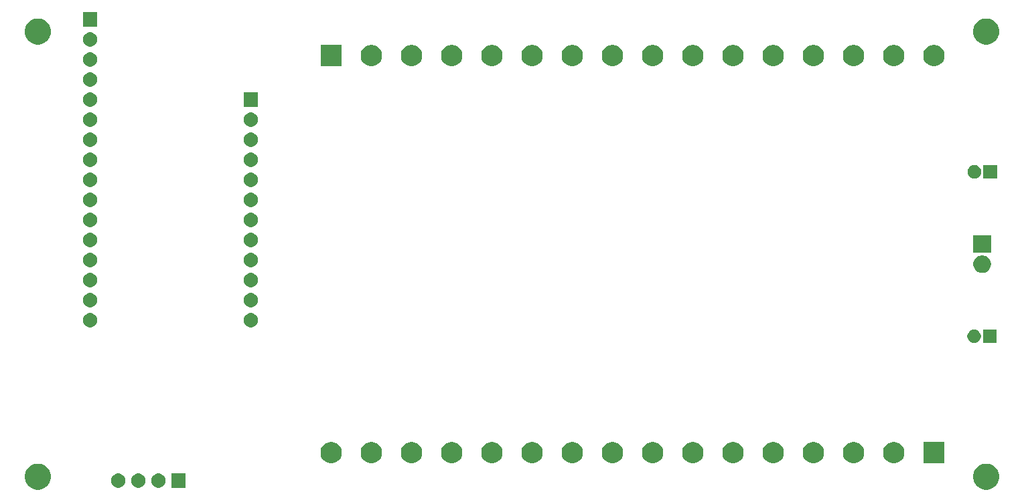
<source format=gbs>
G04 #@! TF.GenerationSoftware,KiCad,Pcbnew,5.1.5+dfsg1-2build2*
G04 #@! TF.CreationDate,2022-05-26T11:06:16-04:00*
G04 #@! TF.ProjectId,feather_valve_driver,66656174-6865-4725-9f76-616c76655f64,rev?*
G04 #@! TF.SameCoordinates,Original*
G04 #@! TF.FileFunction,Soldermask,Bot*
G04 #@! TF.FilePolarity,Negative*
%FSLAX46Y46*%
G04 Gerber Fmt 4.6, Leading zero omitted, Abs format (unit mm)*
G04 Created by KiCad (PCBNEW 5.1.5+dfsg1-2build2) date 2022-05-26 11:06:16*
%MOMM*%
%LPD*%
G04 APERTURE LIST*
%ADD10C,0.100000*%
G04 APERTURE END LIST*
D10*
G36*
X156839256Y-114215298D02*
G01*
X156945579Y-114236447D01*
X157246042Y-114360903D01*
X157516451Y-114541585D01*
X157746415Y-114771549D01*
X157746416Y-114771551D01*
X157927098Y-115041960D01*
X158051553Y-115342422D01*
X158109184Y-115632148D01*
X158115000Y-115661391D01*
X158115000Y-115986609D01*
X158051553Y-116305579D01*
X157927097Y-116606042D01*
X157746415Y-116876451D01*
X157516451Y-117106415D01*
X157246042Y-117287097D01*
X156945579Y-117411553D01*
X156839256Y-117432702D01*
X156626611Y-117475000D01*
X156301389Y-117475000D01*
X156088744Y-117432702D01*
X155982421Y-117411553D01*
X155681958Y-117287097D01*
X155411549Y-117106415D01*
X155181585Y-116876451D01*
X155000903Y-116606042D01*
X154876447Y-116305579D01*
X154813000Y-115986609D01*
X154813000Y-115661391D01*
X154818817Y-115632148D01*
X154876447Y-115342422D01*
X155000902Y-115041960D01*
X155181584Y-114771551D01*
X155181585Y-114771549D01*
X155411549Y-114541585D01*
X155681958Y-114360903D01*
X155982421Y-114236447D01*
X156088744Y-114215298D01*
X156301389Y-114173000D01*
X156626611Y-114173000D01*
X156839256Y-114215298D01*
G37*
G36*
X36951256Y-114215298D02*
G01*
X37057579Y-114236447D01*
X37358042Y-114360903D01*
X37628451Y-114541585D01*
X37858415Y-114771549D01*
X37858416Y-114771551D01*
X38039098Y-115041960D01*
X38163553Y-115342422D01*
X38221184Y-115632148D01*
X38227000Y-115661391D01*
X38227000Y-115986609D01*
X38163553Y-116305579D01*
X38039097Y-116606042D01*
X37858415Y-116876451D01*
X37628451Y-117106415D01*
X37358042Y-117287097D01*
X37057579Y-117411553D01*
X36951256Y-117432702D01*
X36738611Y-117475000D01*
X36413389Y-117475000D01*
X36200744Y-117432702D01*
X36094421Y-117411553D01*
X35793958Y-117287097D01*
X35523549Y-117106415D01*
X35293585Y-116876451D01*
X35112903Y-116606042D01*
X34988447Y-116305579D01*
X34925000Y-115986609D01*
X34925000Y-115661391D01*
X34930817Y-115632148D01*
X34988447Y-115342422D01*
X35112902Y-115041960D01*
X35293584Y-114771551D01*
X35293585Y-114771549D01*
X35523549Y-114541585D01*
X35793958Y-114360903D01*
X36094421Y-114236447D01*
X36200744Y-114215298D01*
X36413389Y-114173000D01*
X36738611Y-114173000D01*
X36951256Y-114215298D01*
G37*
G36*
X49389512Y-115435927D02*
G01*
X49538812Y-115465624D01*
X49702784Y-115533544D01*
X49850354Y-115632147D01*
X49975853Y-115757646D01*
X50074456Y-115905216D01*
X50142376Y-116069188D01*
X50177000Y-116243259D01*
X50177000Y-116420741D01*
X50142376Y-116594812D01*
X50074456Y-116758784D01*
X49975853Y-116906354D01*
X49850354Y-117031853D01*
X49702784Y-117130456D01*
X49538812Y-117198376D01*
X49389512Y-117228073D01*
X49364742Y-117233000D01*
X49187258Y-117233000D01*
X49162488Y-117228073D01*
X49013188Y-117198376D01*
X48849216Y-117130456D01*
X48701646Y-117031853D01*
X48576147Y-116906354D01*
X48477544Y-116758784D01*
X48409624Y-116594812D01*
X48375000Y-116420741D01*
X48375000Y-116243259D01*
X48409624Y-116069188D01*
X48477544Y-115905216D01*
X48576147Y-115757646D01*
X48701646Y-115632147D01*
X48849216Y-115533544D01*
X49013188Y-115465624D01*
X49162488Y-115435927D01*
X49187258Y-115431000D01*
X49364742Y-115431000D01*
X49389512Y-115435927D01*
G37*
G36*
X51929512Y-115435927D02*
G01*
X52078812Y-115465624D01*
X52242784Y-115533544D01*
X52390354Y-115632147D01*
X52515853Y-115757646D01*
X52614456Y-115905216D01*
X52682376Y-116069188D01*
X52717000Y-116243259D01*
X52717000Y-116420741D01*
X52682376Y-116594812D01*
X52614456Y-116758784D01*
X52515853Y-116906354D01*
X52390354Y-117031853D01*
X52242784Y-117130456D01*
X52078812Y-117198376D01*
X51929512Y-117228073D01*
X51904742Y-117233000D01*
X51727258Y-117233000D01*
X51702488Y-117228073D01*
X51553188Y-117198376D01*
X51389216Y-117130456D01*
X51241646Y-117031853D01*
X51116147Y-116906354D01*
X51017544Y-116758784D01*
X50949624Y-116594812D01*
X50915000Y-116420741D01*
X50915000Y-116243259D01*
X50949624Y-116069188D01*
X51017544Y-115905216D01*
X51116147Y-115757646D01*
X51241646Y-115632147D01*
X51389216Y-115533544D01*
X51553188Y-115465624D01*
X51702488Y-115435927D01*
X51727258Y-115431000D01*
X51904742Y-115431000D01*
X51929512Y-115435927D01*
G37*
G36*
X55257000Y-117233000D02*
G01*
X53455000Y-117233000D01*
X53455000Y-115431000D01*
X55257000Y-115431000D01*
X55257000Y-117233000D01*
G37*
G36*
X46849512Y-115435927D02*
G01*
X46998812Y-115465624D01*
X47162784Y-115533544D01*
X47310354Y-115632147D01*
X47435853Y-115757646D01*
X47534456Y-115905216D01*
X47602376Y-116069188D01*
X47637000Y-116243259D01*
X47637000Y-116420741D01*
X47602376Y-116594812D01*
X47534456Y-116758784D01*
X47435853Y-116906354D01*
X47310354Y-117031853D01*
X47162784Y-117130456D01*
X46998812Y-117198376D01*
X46849512Y-117228073D01*
X46824742Y-117233000D01*
X46647258Y-117233000D01*
X46622488Y-117228073D01*
X46473188Y-117198376D01*
X46309216Y-117130456D01*
X46161646Y-117031853D01*
X46036147Y-116906354D01*
X45937544Y-116758784D01*
X45869624Y-116594812D01*
X45835000Y-116420741D01*
X45835000Y-116243259D01*
X45869624Y-116069188D01*
X45937544Y-115905216D01*
X46036147Y-115757646D01*
X46161646Y-115632147D01*
X46309216Y-115533544D01*
X46473188Y-115465624D01*
X46622488Y-115435927D01*
X46647258Y-115431000D01*
X46824742Y-115431000D01*
X46849512Y-115435927D01*
G37*
G36*
X84214072Y-111476918D02*
G01*
X84459939Y-111578759D01*
X84681212Y-111726610D01*
X84869390Y-111914788D01*
X85017241Y-112136061D01*
X85119082Y-112381928D01*
X85171000Y-112642938D01*
X85171000Y-112909062D01*
X85119082Y-113170072D01*
X85017241Y-113415939D01*
X84869390Y-113637212D01*
X84681212Y-113825390D01*
X84459939Y-113973241D01*
X84459938Y-113973242D01*
X84459937Y-113973242D01*
X84214072Y-114075082D01*
X83953063Y-114127000D01*
X83686937Y-114127000D01*
X83425928Y-114075082D01*
X83180063Y-113973242D01*
X83180062Y-113973242D01*
X83180061Y-113973241D01*
X82958788Y-113825390D01*
X82770610Y-113637212D01*
X82622759Y-113415939D01*
X82520918Y-113170072D01*
X82469000Y-112909062D01*
X82469000Y-112642938D01*
X82520918Y-112381928D01*
X82622759Y-112136061D01*
X82770610Y-111914788D01*
X82958788Y-111726610D01*
X83180061Y-111578759D01*
X83425928Y-111476918D01*
X83686937Y-111425000D01*
X83953063Y-111425000D01*
X84214072Y-111476918D01*
G37*
G36*
X79134072Y-111476918D02*
G01*
X79379939Y-111578759D01*
X79601212Y-111726610D01*
X79789390Y-111914788D01*
X79937241Y-112136061D01*
X80039082Y-112381928D01*
X80091000Y-112642938D01*
X80091000Y-112909062D01*
X80039082Y-113170072D01*
X79937241Y-113415939D01*
X79789390Y-113637212D01*
X79601212Y-113825390D01*
X79379939Y-113973241D01*
X79379938Y-113973242D01*
X79379937Y-113973242D01*
X79134072Y-114075082D01*
X78873063Y-114127000D01*
X78606937Y-114127000D01*
X78345928Y-114075082D01*
X78100063Y-113973242D01*
X78100062Y-113973242D01*
X78100061Y-113973241D01*
X77878788Y-113825390D01*
X77690610Y-113637212D01*
X77542759Y-113415939D01*
X77440918Y-113170072D01*
X77389000Y-112909062D01*
X77389000Y-112642938D01*
X77440918Y-112381928D01*
X77542759Y-112136061D01*
X77690610Y-111914788D01*
X77878788Y-111726610D01*
X78100061Y-111578759D01*
X78345928Y-111476918D01*
X78606937Y-111425000D01*
X78873063Y-111425000D01*
X79134072Y-111476918D01*
G37*
G36*
X74054072Y-111476918D02*
G01*
X74299939Y-111578759D01*
X74521212Y-111726610D01*
X74709390Y-111914788D01*
X74857241Y-112136061D01*
X74959082Y-112381928D01*
X75011000Y-112642938D01*
X75011000Y-112909062D01*
X74959082Y-113170072D01*
X74857241Y-113415939D01*
X74709390Y-113637212D01*
X74521212Y-113825390D01*
X74299939Y-113973241D01*
X74299938Y-113973242D01*
X74299937Y-113973242D01*
X74054072Y-114075082D01*
X73793063Y-114127000D01*
X73526937Y-114127000D01*
X73265928Y-114075082D01*
X73020063Y-113973242D01*
X73020062Y-113973242D01*
X73020061Y-113973241D01*
X72798788Y-113825390D01*
X72610610Y-113637212D01*
X72462759Y-113415939D01*
X72360918Y-113170072D01*
X72309000Y-112909062D01*
X72309000Y-112642938D01*
X72360918Y-112381928D01*
X72462759Y-112136061D01*
X72610610Y-111914788D01*
X72798788Y-111726610D01*
X73020061Y-111578759D01*
X73265928Y-111476918D01*
X73526937Y-111425000D01*
X73793063Y-111425000D01*
X74054072Y-111476918D01*
G37*
G36*
X89294072Y-111476918D02*
G01*
X89539939Y-111578759D01*
X89761212Y-111726610D01*
X89949390Y-111914788D01*
X90097241Y-112136061D01*
X90199082Y-112381928D01*
X90251000Y-112642938D01*
X90251000Y-112909062D01*
X90199082Y-113170072D01*
X90097241Y-113415939D01*
X89949390Y-113637212D01*
X89761212Y-113825390D01*
X89539939Y-113973241D01*
X89539938Y-113973242D01*
X89539937Y-113973242D01*
X89294072Y-114075082D01*
X89033063Y-114127000D01*
X88766937Y-114127000D01*
X88505928Y-114075082D01*
X88260063Y-113973242D01*
X88260062Y-113973242D01*
X88260061Y-113973241D01*
X88038788Y-113825390D01*
X87850610Y-113637212D01*
X87702759Y-113415939D01*
X87600918Y-113170072D01*
X87549000Y-112909062D01*
X87549000Y-112642938D01*
X87600918Y-112381928D01*
X87702759Y-112136061D01*
X87850610Y-111914788D01*
X88038788Y-111726610D01*
X88260061Y-111578759D01*
X88505928Y-111476918D01*
X88766937Y-111425000D01*
X89033063Y-111425000D01*
X89294072Y-111476918D01*
G37*
G36*
X94374072Y-111476918D02*
G01*
X94619939Y-111578759D01*
X94841212Y-111726610D01*
X95029390Y-111914788D01*
X95177241Y-112136061D01*
X95279082Y-112381928D01*
X95331000Y-112642938D01*
X95331000Y-112909062D01*
X95279082Y-113170072D01*
X95177241Y-113415939D01*
X95029390Y-113637212D01*
X94841212Y-113825390D01*
X94619939Y-113973241D01*
X94619938Y-113973242D01*
X94619937Y-113973242D01*
X94374072Y-114075082D01*
X94113063Y-114127000D01*
X93846937Y-114127000D01*
X93585928Y-114075082D01*
X93340063Y-113973242D01*
X93340062Y-113973242D01*
X93340061Y-113973241D01*
X93118788Y-113825390D01*
X92930610Y-113637212D01*
X92782759Y-113415939D01*
X92680918Y-113170072D01*
X92629000Y-112909062D01*
X92629000Y-112642938D01*
X92680918Y-112381928D01*
X92782759Y-112136061D01*
X92930610Y-111914788D01*
X93118788Y-111726610D01*
X93340061Y-111578759D01*
X93585928Y-111476918D01*
X93846937Y-111425000D01*
X94113063Y-111425000D01*
X94374072Y-111476918D01*
G37*
G36*
X99454072Y-111476918D02*
G01*
X99699939Y-111578759D01*
X99921212Y-111726610D01*
X100109390Y-111914788D01*
X100257241Y-112136061D01*
X100359082Y-112381928D01*
X100411000Y-112642938D01*
X100411000Y-112909062D01*
X100359082Y-113170072D01*
X100257241Y-113415939D01*
X100109390Y-113637212D01*
X99921212Y-113825390D01*
X99699939Y-113973241D01*
X99699938Y-113973242D01*
X99699937Y-113973242D01*
X99454072Y-114075082D01*
X99193063Y-114127000D01*
X98926937Y-114127000D01*
X98665928Y-114075082D01*
X98420063Y-113973242D01*
X98420062Y-113973242D01*
X98420061Y-113973241D01*
X98198788Y-113825390D01*
X98010610Y-113637212D01*
X97862759Y-113415939D01*
X97760918Y-113170072D01*
X97709000Y-112909062D01*
X97709000Y-112642938D01*
X97760918Y-112381928D01*
X97862759Y-112136061D01*
X98010610Y-111914788D01*
X98198788Y-111726610D01*
X98420061Y-111578759D01*
X98665928Y-111476918D01*
X98926937Y-111425000D01*
X99193063Y-111425000D01*
X99454072Y-111476918D01*
G37*
G36*
X104534072Y-111476918D02*
G01*
X104779939Y-111578759D01*
X105001212Y-111726610D01*
X105189390Y-111914788D01*
X105337241Y-112136061D01*
X105439082Y-112381928D01*
X105491000Y-112642938D01*
X105491000Y-112909062D01*
X105439082Y-113170072D01*
X105337241Y-113415939D01*
X105189390Y-113637212D01*
X105001212Y-113825390D01*
X104779939Y-113973241D01*
X104779938Y-113973242D01*
X104779937Y-113973242D01*
X104534072Y-114075082D01*
X104273063Y-114127000D01*
X104006937Y-114127000D01*
X103745928Y-114075082D01*
X103500063Y-113973242D01*
X103500062Y-113973242D01*
X103500061Y-113973241D01*
X103278788Y-113825390D01*
X103090610Y-113637212D01*
X102942759Y-113415939D01*
X102840918Y-113170072D01*
X102789000Y-112909062D01*
X102789000Y-112642938D01*
X102840918Y-112381928D01*
X102942759Y-112136061D01*
X103090610Y-111914788D01*
X103278788Y-111726610D01*
X103500061Y-111578759D01*
X103745928Y-111476918D01*
X104006937Y-111425000D01*
X104273063Y-111425000D01*
X104534072Y-111476918D01*
G37*
G36*
X109614072Y-111476918D02*
G01*
X109859939Y-111578759D01*
X110081212Y-111726610D01*
X110269390Y-111914788D01*
X110417241Y-112136061D01*
X110519082Y-112381928D01*
X110571000Y-112642938D01*
X110571000Y-112909062D01*
X110519082Y-113170072D01*
X110417241Y-113415939D01*
X110269390Y-113637212D01*
X110081212Y-113825390D01*
X109859939Y-113973241D01*
X109859938Y-113973242D01*
X109859937Y-113973242D01*
X109614072Y-114075082D01*
X109353063Y-114127000D01*
X109086937Y-114127000D01*
X108825928Y-114075082D01*
X108580063Y-113973242D01*
X108580062Y-113973242D01*
X108580061Y-113973241D01*
X108358788Y-113825390D01*
X108170610Y-113637212D01*
X108022759Y-113415939D01*
X107920918Y-113170072D01*
X107869000Y-112909062D01*
X107869000Y-112642938D01*
X107920918Y-112381928D01*
X108022759Y-112136061D01*
X108170610Y-111914788D01*
X108358788Y-111726610D01*
X108580061Y-111578759D01*
X108825928Y-111476918D01*
X109086937Y-111425000D01*
X109353063Y-111425000D01*
X109614072Y-111476918D01*
G37*
G36*
X135014072Y-111476918D02*
G01*
X135259939Y-111578759D01*
X135481212Y-111726610D01*
X135669390Y-111914788D01*
X135817241Y-112136061D01*
X135919082Y-112381928D01*
X135971000Y-112642938D01*
X135971000Y-112909062D01*
X135919082Y-113170072D01*
X135817241Y-113415939D01*
X135669390Y-113637212D01*
X135481212Y-113825390D01*
X135259939Y-113973241D01*
X135259938Y-113973242D01*
X135259937Y-113973242D01*
X135014072Y-114075082D01*
X134753063Y-114127000D01*
X134486937Y-114127000D01*
X134225928Y-114075082D01*
X133980063Y-113973242D01*
X133980062Y-113973242D01*
X133980061Y-113973241D01*
X133758788Y-113825390D01*
X133570610Y-113637212D01*
X133422759Y-113415939D01*
X133320918Y-113170072D01*
X133269000Y-112909062D01*
X133269000Y-112642938D01*
X133320918Y-112381928D01*
X133422759Y-112136061D01*
X133570610Y-111914788D01*
X133758788Y-111726610D01*
X133980061Y-111578759D01*
X134225928Y-111476918D01*
X134486937Y-111425000D01*
X134753063Y-111425000D01*
X135014072Y-111476918D01*
G37*
G36*
X140094072Y-111476918D02*
G01*
X140339939Y-111578759D01*
X140561212Y-111726610D01*
X140749390Y-111914788D01*
X140897241Y-112136061D01*
X140999082Y-112381928D01*
X141051000Y-112642938D01*
X141051000Y-112909062D01*
X140999082Y-113170072D01*
X140897241Y-113415939D01*
X140749390Y-113637212D01*
X140561212Y-113825390D01*
X140339939Y-113973241D01*
X140339938Y-113973242D01*
X140339937Y-113973242D01*
X140094072Y-114075082D01*
X139833063Y-114127000D01*
X139566937Y-114127000D01*
X139305928Y-114075082D01*
X139060063Y-113973242D01*
X139060062Y-113973242D01*
X139060061Y-113973241D01*
X138838788Y-113825390D01*
X138650610Y-113637212D01*
X138502759Y-113415939D01*
X138400918Y-113170072D01*
X138349000Y-112909062D01*
X138349000Y-112642938D01*
X138400918Y-112381928D01*
X138502759Y-112136061D01*
X138650610Y-111914788D01*
X138838788Y-111726610D01*
X139060061Y-111578759D01*
X139305928Y-111476918D01*
X139566937Y-111425000D01*
X139833063Y-111425000D01*
X140094072Y-111476918D01*
G37*
G36*
X145174072Y-111476918D02*
G01*
X145419939Y-111578759D01*
X145641212Y-111726610D01*
X145829390Y-111914788D01*
X145977241Y-112136061D01*
X146079082Y-112381928D01*
X146131000Y-112642938D01*
X146131000Y-112909062D01*
X146079082Y-113170072D01*
X145977241Y-113415939D01*
X145829390Y-113637212D01*
X145641212Y-113825390D01*
X145419939Y-113973241D01*
X145419938Y-113973242D01*
X145419937Y-113973242D01*
X145174072Y-114075082D01*
X144913063Y-114127000D01*
X144646937Y-114127000D01*
X144385928Y-114075082D01*
X144140063Y-113973242D01*
X144140062Y-113973242D01*
X144140061Y-113973241D01*
X143918788Y-113825390D01*
X143730610Y-113637212D01*
X143582759Y-113415939D01*
X143480918Y-113170072D01*
X143429000Y-112909062D01*
X143429000Y-112642938D01*
X143480918Y-112381928D01*
X143582759Y-112136061D01*
X143730610Y-111914788D01*
X143918788Y-111726610D01*
X144140061Y-111578759D01*
X144385928Y-111476918D01*
X144646937Y-111425000D01*
X144913063Y-111425000D01*
X145174072Y-111476918D01*
G37*
G36*
X151211000Y-114127000D02*
G01*
X148509000Y-114127000D01*
X148509000Y-111425000D01*
X151211000Y-111425000D01*
X151211000Y-114127000D01*
G37*
G36*
X114694072Y-111476918D02*
G01*
X114939939Y-111578759D01*
X115161212Y-111726610D01*
X115349390Y-111914788D01*
X115497241Y-112136061D01*
X115599082Y-112381928D01*
X115651000Y-112642938D01*
X115651000Y-112909062D01*
X115599082Y-113170072D01*
X115497241Y-113415939D01*
X115349390Y-113637212D01*
X115161212Y-113825390D01*
X114939939Y-113973241D01*
X114939938Y-113973242D01*
X114939937Y-113973242D01*
X114694072Y-114075082D01*
X114433063Y-114127000D01*
X114166937Y-114127000D01*
X113905928Y-114075082D01*
X113660063Y-113973242D01*
X113660062Y-113973242D01*
X113660061Y-113973241D01*
X113438788Y-113825390D01*
X113250610Y-113637212D01*
X113102759Y-113415939D01*
X113000918Y-113170072D01*
X112949000Y-112909062D01*
X112949000Y-112642938D01*
X113000918Y-112381928D01*
X113102759Y-112136061D01*
X113250610Y-111914788D01*
X113438788Y-111726610D01*
X113660061Y-111578759D01*
X113905928Y-111476918D01*
X114166937Y-111425000D01*
X114433063Y-111425000D01*
X114694072Y-111476918D01*
G37*
G36*
X119774072Y-111476918D02*
G01*
X120019939Y-111578759D01*
X120241212Y-111726610D01*
X120429390Y-111914788D01*
X120577241Y-112136061D01*
X120679082Y-112381928D01*
X120731000Y-112642938D01*
X120731000Y-112909062D01*
X120679082Y-113170072D01*
X120577241Y-113415939D01*
X120429390Y-113637212D01*
X120241212Y-113825390D01*
X120019939Y-113973241D01*
X120019938Y-113973242D01*
X120019937Y-113973242D01*
X119774072Y-114075082D01*
X119513063Y-114127000D01*
X119246937Y-114127000D01*
X118985928Y-114075082D01*
X118740063Y-113973242D01*
X118740062Y-113973242D01*
X118740061Y-113973241D01*
X118518788Y-113825390D01*
X118330610Y-113637212D01*
X118182759Y-113415939D01*
X118080918Y-113170072D01*
X118029000Y-112909062D01*
X118029000Y-112642938D01*
X118080918Y-112381928D01*
X118182759Y-112136061D01*
X118330610Y-111914788D01*
X118518788Y-111726610D01*
X118740061Y-111578759D01*
X118985928Y-111476918D01*
X119246937Y-111425000D01*
X119513063Y-111425000D01*
X119774072Y-111476918D01*
G37*
G36*
X124854072Y-111476918D02*
G01*
X125099939Y-111578759D01*
X125321212Y-111726610D01*
X125509390Y-111914788D01*
X125657241Y-112136061D01*
X125759082Y-112381928D01*
X125811000Y-112642938D01*
X125811000Y-112909062D01*
X125759082Y-113170072D01*
X125657241Y-113415939D01*
X125509390Y-113637212D01*
X125321212Y-113825390D01*
X125099939Y-113973241D01*
X125099938Y-113973242D01*
X125099937Y-113973242D01*
X124854072Y-114075082D01*
X124593063Y-114127000D01*
X124326937Y-114127000D01*
X124065928Y-114075082D01*
X123820063Y-113973242D01*
X123820062Y-113973242D01*
X123820061Y-113973241D01*
X123598788Y-113825390D01*
X123410610Y-113637212D01*
X123262759Y-113415939D01*
X123160918Y-113170072D01*
X123109000Y-112909062D01*
X123109000Y-112642938D01*
X123160918Y-112381928D01*
X123262759Y-112136061D01*
X123410610Y-111914788D01*
X123598788Y-111726610D01*
X123820061Y-111578759D01*
X124065928Y-111476918D01*
X124326937Y-111425000D01*
X124593063Y-111425000D01*
X124854072Y-111476918D01*
G37*
G36*
X129934072Y-111476918D02*
G01*
X130179939Y-111578759D01*
X130401212Y-111726610D01*
X130589390Y-111914788D01*
X130737241Y-112136061D01*
X130839082Y-112381928D01*
X130891000Y-112642938D01*
X130891000Y-112909062D01*
X130839082Y-113170072D01*
X130737241Y-113415939D01*
X130589390Y-113637212D01*
X130401212Y-113825390D01*
X130179939Y-113973241D01*
X130179938Y-113973242D01*
X130179937Y-113973242D01*
X129934072Y-114075082D01*
X129673063Y-114127000D01*
X129406937Y-114127000D01*
X129145928Y-114075082D01*
X128900063Y-113973242D01*
X128900062Y-113973242D01*
X128900061Y-113973241D01*
X128678788Y-113825390D01*
X128490610Y-113637212D01*
X128342759Y-113415939D01*
X128240918Y-113170072D01*
X128189000Y-112909062D01*
X128189000Y-112642938D01*
X128240918Y-112381928D01*
X128342759Y-112136061D01*
X128490610Y-111914788D01*
X128678788Y-111726610D01*
X128900061Y-111578759D01*
X129145928Y-111476918D01*
X129406937Y-111425000D01*
X129673063Y-111425000D01*
X129934072Y-111476918D01*
G37*
G36*
X157791000Y-98895000D02*
G01*
X156089000Y-98895000D01*
X156089000Y-97193000D01*
X157791000Y-97193000D01*
X157791000Y-98895000D01*
G37*
G36*
X155188228Y-97225703D02*
G01*
X155343100Y-97289853D01*
X155482481Y-97382985D01*
X155601015Y-97501519D01*
X155694147Y-97640900D01*
X155758297Y-97795772D01*
X155791000Y-97960184D01*
X155791000Y-98127816D01*
X155758297Y-98292228D01*
X155694147Y-98447100D01*
X155601015Y-98586481D01*
X155482481Y-98705015D01*
X155343100Y-98798147D01*
X155188228Y-98862297D01*
X155023816Y-98895000D01*
X154856184Y-98895000D01*
X154691772Y-98862297D01*
X154536900Y-98798147D01*
X154397519Y-98705015D01*
X154278985Y-98586481D01*
X154185853Y-98447100D01*
X154121703Y-98292228D01*
X154089000Y-98127816D01*
X154089000Y-97960184D01*
X154121703Y-97795772D01*
X154185853Y-97640900D01*
X154278985Y-97501519D01*
X154397519Y-97382985D01*
X154536900Y-97289853D01*
X154691772Y-97225703D01*
X154856184Y-97193000D01*
X155023816Y-97193000D01*
X155188228Y-97225703D01*
G37*
G36*
X43293512Y-95115927D02*
G01*
X43442812Y-95145624D01*
X43606784Y-95213544D01*
X43754354Y-95312147D01*
X43879853Y-95437646D01*
X43978456Y-95585216D01*
X44046376Y-95749188D01*
X44081000Y-95923259D01*
X44081000Y-96100741D01*
X44046376Y-96274812D01*
X43978456Y-96438784D01*
X43879853Y-96586354D01*
X43754354Y-96711853D01*
X43606784Y-96810456D01*
X43442812Y-96878376D01*
X43293512Y-96908073D01*
X43268742Y-96913000D01*
X43091258Y-96913000D01*
X43066488Y-96908073D01*
X42917188Y-96878376D01*
X42753216Y-96810456D01*
X42605646Y-96711853D01*
X42480147Y-96586354D01*
X42381544Y-96438784D01*
X42313624Y-96274812D01*
X42279000Y-96100741D01*
X42279000Y-95923259D01*
X42313624Y-95749188D01*
X42381544Y-95585216D01*
X42480147Y-95437646D01*
X42605646Y-95312147D01*
X42753216Y-95213544D01*
X42917188Y-95145624D01*
X43066488Y-95115927D01*
X43091258Y-95111000D01*
X43268742Y-95111000D01*
X43293512Y-95115927D01*
G37*
G36*
X63613512Y-95115927D02*
G01*
X63762812Y-95145624D01*
X63926784Y-95213544D01*
X64074354Y-95312147D01*
X64199853Y-95437646D01*
X64298456Y-95585216D01*
X64366376Y-95749188D01*
X64401000Y-95923259D01*
X64401000Y-96100741D01*
X64366376Y-96274812D01*
X64298456Y-96438784D01*
X64199853Y-96586354D01*
X64074354Y-96711853D01*
X63926784Y-96810456D01*
X63762812Y-96878376D01*
X63613512Y-96908073D01*
X63588742Y-96913000D01*
X63411258Y-96913000D01*
X63386488Y-96908073D01*
X63237188Y-96878376D01*
X63073216Y-96810456D01*
X62925646Y-96711853D01*
X62800147Y-96586354D01*
X62701544Y-96438784D01*
X62633624Y-96274812D01*
X62599000Y-96100741D01*
X62599000Y-95923259D01*
X62633624Y-95749188D01*
X62701544Y-95585216D01*
X62800147Y-95437646D01*
X62925646Y-95312147D01*
X63073216Y-95213544D01*
X63237188Y-95145624D01*
X63386488Y-95115927D01*
X63411258Y-95111000D01*
X63588742Y-95111000D01*
X63613512Y-95115927D01*
G37*
G36*
X43293512Y-92575927D02*
G01*
X43442812Y-92605624D01*
X43606784Y-92673544D01*
X43754354Y-92772147D01*
X43879853Y-92897646D01*
X43978456Y-93045216D01*
X44046376Y-93209188D01*
X44081000Y-93383259D01*
X44081000Y-93560741D01*
X44046376Y-93734812D01*
X43978456Y-93898784D01*
X43879853Y-94046354D01*
X43754354Y-94171853D01*
X43606784Y-94270456D01*
X43442812Y-94338376D01*
X43293512Y-94368073D01*
X43268742Y-94373000D01*
X43091258Y-94373000D01*
X43066488Y-94368073D01*
X42917188Y-94338376D01*
X42753216Y-94270456D01*
X42605646Y-94171853D01*
X42480147Y-94046354D01*
X42381544Y-93898784D01*
X42313624Y-93734812D01*
X42279000Y-93560741D01*
X42279000Y-93383259D01*
X42313624Y-93209188D01*
X42381544Y-93045216D01*
X42480147Y-92897646D01*
X42605646Y-92772147D01*
X42753216Y-92673544D01*
X42917188Y-92605624D01*
X43066488Y-92575927D01*
X43091258Y-92571000D01*
X43268742Y-92571000D01*
X43293512Y-92575927D01*
G37*
G36*
X63613512Y-92575927D02*
G01*
X63762812Y-92605624D01*
X63926784Y-92673544D01*
X64074354Y-92772147D01*
X64199853Y-92897646D01*
X64298456Y-93045216D01*
X64366376Y-93209188D01*
X64401000Y-93383259D01*
X64401000Y-93560741D01*
X64366376Y-93734812D01*
X64298456Y-93898784D01*
X64199853Y-94046354D01*
X64074354Y-94171853D01*
X63926784Y-94270456D01*
X63762812Y-94338376D01*
X63613512Y-94368073D01*
X63588742Y-94373000D01*
X63411258Y-94373000D01*
X63386488Y-94368073D01*
X63237188Y-94338376D01*
X63073216Y-94270456D01*
X62925646Y-94171853D01*
X62800147Y-94046354D01*
X62701544Y-93898784D01*
X62633624Y-93734812D01*
X62599000Y-93560741D01*
X62599000Y-93383259D01*
X62633624Y-93209188D01*
X62701544Y-93045216D01*
X62800147Y-92897646D01*
X62925646Y-92772147D01*
X63073216Y-92673544D01*
X63237188Y-92605624D01*
X63386488Y-92575927D01*
X63411258Y-92571000D01*
X63588742Y-92571000D01*
X63613512Y-92575927D01*
G37*
G36*
X43293512Y-90035927D02*
G01*
X43442812Y-90065624D01*
X43606784Y-90133544D01*
X43754354Y-90232147D01*
X43879853Y-90357646D01*
X43978456Y-90505216D01*
X44046376Y-90669188D01*
X44081000Y-90843259D01*
X44081000Y-91020741D01*
X44046376Y-91194812D01*
X43978456Y-91358784D01*
X43879853Y-91506354D01*
X43754354Y-91631853D01*
X43606784Y-91730456D01*
X43442812Y-91798376D01*
X43293512Y-91828073D01*
X43268742Y-91833000D01*
X43091258Y-91833000D01*
X43066488Y-91828073D01*
X42917188Y-91798376D01*
X42753216Y-91730456D01*
X42605646Y-91631853D01*
X42480147Y-91506354D01*
X42381544Y-91358784D01*
X42313624Y-91194812D01*
X42279000Y-91020741D01*
X42279000Y-90843259D01*
X42313624Y-90669188D01*
X42381544Y-90505216D01*
X42480147Y-90357646D01*
X42605646Y-90232147D01*
X42753216Y-90133544D01*
X42917188Y-90065624D01*
X43066488Y-90035927D01*
X43091258Y-90031000D01*
X43268742Y-90031000D01*
X43293512Y-90035927D01*
G37*
G36*
X63613512Y-90035927D02*
G01*
X63762812Y-90065624D01*
X63926784Y-90133544D01*
X64074354Y-90232147D01*
X64199853Y-90357646D01*
X64298456Y-90505216D01*
X64366376Y-90669188D01*
X64401000Y-90843259D01*
X64401000Y-91020741D01*
X64366376Y-91194812D01*
X64298456Y-91358784D01*
X64199853Y-91506354D01*
X64074354Y-91631853D01*
X63926784Y-91730456D01*
X63762812Y-91798376D01*
X63613512Y-91828073D01*
X63588742Y-91833000D01*
X63411258Y-91833000D01*
X63386488Y-91828073D01*
X63237188Y-91798376D01*
X63073216Y-91730456D01*
X62925646Y-91631853D01*
X62800147Y-91506354D01*
X62701544Y-91358784D01*
X62633624Y-91194812D01*
X62599000Y-91020741D01*
X62599000Y-90843259D01*
X62633624Y-90669188D01*
X62701544Y-90505216D01*
X62800147Y-90357646D01*
X62925646Y-90232147D01*
X63073216Y-90133544D01*
X63237188Y-90065624D01*
X63386488Y-90035927D01*
X63411258Y-90031000D01*
X63588742Y-90031000D01*
X63613512Y-90035927D01*
G37*
G36*
X156170795Y-87820156D02*
G01*
X156277150Y-87841311D01*
X156477520Y-87924307D01*
X156657844Y-88044795D01*
X156811205Y-88198156D01*
X156931693Y-88378480D01*
X156931693Y-88378481D01*
X157014689Y-88578850D01*
X157057000Y-88791561D01*
X157057000Y-89008439D01*
X157014689Y-89221150D01*
X156931693Y-89421520D01*
X156811205Y-89601844D01*
X156657844Y-89755205D01*
X156477520Y-89875693D01*
X156277150Y-89958689D01*
X156170795Y-89979844D01*
X156064440Y-90001000D01*
X155847560Y-90001000D01*
X155741206Y-89979845D01*
X155634850Y-89958689D01*
X155534666Y-89917191D01*
X155434480Y-89875693D01*
X155254156Y-89755205D01*
X155100795Y-89601844D01*
X154980307Y-89421520D01*
X154897311Y-89221150D01*
X154855000Y-89008439D01*
X154855000Y-88791561D01*
X154897311Y-88578850D01*
X154980307Y-88378481D01*
X154980307Y-88378480D01*
X155100795Y-88198156D01*
X155254156Y-88044795D01*
X155434480Y-87924307D01*
X155534666Y-87882809D01*
X155634850Y-87841311D01*
X155741206Y-87820155D01*
X155847560Y-87799000D01*
X156064440Y-87799000D01*
X156170795Y-87820156D01*
G37*
G36*
X43293512Y-87495927D02*
G01*
X43442812Y-87525624D01*
X43606784Y-87593544D01*
X43754354Y-87692147D01*
X43879853Y-87817646D01*
X43978456Y-87965216D01*
X44046376Y-88129188D01*
X44081000Y-88303259D01*
X44081000Y-88480741D01*
X44046376Y-88654812D01*
X43978456Y-88818784D01*
X43879853Y-88966354D01*
X43754354Y-89091853D01*
X43606784Y-89190456D01*
X43442812Y-89258376D01*
X43293512Y-89288073D01*
X43268742Y-89293000D01*
X43091258Y-89293000D01*
X43066488Y-89288073D01*
X42917188Y-89258376D01*
X42753216Y-89190456D01*
X42605646Y-89091853D01*
X42480147Y-88966354D01*
X42381544Y-88818784D01*
X42313624Y-88654812D01*
X42279000Y-88480741D01*
X42279000Y-88303259D01*
X42313624Y-88129188D01*
X42381544Y-87965216D01*
X42480147Y-87817646D01*
X42605646Y-87692147D01*
X42753216Y-87593544D01*
X42917188Y-87525624D01*
X43066488Y-87495927D01*
X43091258Y-87491000D01*
X43268742Y-87491000D01*
X43293512Y-87495927D01*
G37*
G36*
X63613512Y-87495927D02*
G01*
X63762812Y-87525624D01*
X63926784Y-87593544D01*
X64074354Y-87692147D01*
X64199853Y-87817646D01*
X64298456Y-87965216D01*
X64366376Y-88129188D01*
X64401000Y-88303259D01*
X64401000Y-88480741D01*
X64366376Y-88654812D01*
X64298456Y-88818784D01*
X64199853Y-88966354D01*
X64074354Y-89091853D01*
X63926784Y-89190456D01*
X63762812Y-89258376D01*
X63613512Y-89288073D01*
X63588742Y-89293000D01*
X63411258Y-89293000D01*
X63386488Y-89288073D01*
X63237188Y-89258376D01*
X63073216Y-89190456D01*
X62925646Y-89091853D01*
X62800147Y-88966354D01*
X62701544Y-88818784D01*
X62633624Y-88654812D01*
X62599000Y-88480741D01*
X62599000Y-88303259D01*
X62633624Y-88129188D01*
X62701544Y-87965216D01*
X62800147Y-87817646D01*
X62925646Y-87692147D01*
X63073216Y-87593544D01*
X63237188Y-87525624D01*
X63386488Y-87495927D01*
X63411258Y-87491000D01*
X63588742Y-87491000D01*
X63613512Y-87495927D01*
G37*
G36*
X157057000Y-87461000D02*
G01*
X154855000Y-87461000D01*
X154855000Y-85259000D01*
X157057000Y-85259000D01*
X157057000Y-87461000D01*
G37*
G36*
X43293512Y-84955927D02*
G01*
X43442812Y-84985624D01*
X43606784Y-85053544D01*
X43754354Y-85152147D01*
X43879853Y-85277646D01*
X43978456Y-85425216D01*
X44046376Y-85589188D01*
X44081000Y-85763259D01*
X44081000Y-85940741D01*
X44046376Y-86114812D01*
X43978456Y-86278784D01*
X43879853Y-86426354D01*
X43754354Y-86551853D01*
X43606784Y-86650456D01*
X43442812Y-86718376D01*
X43293512Y-86748073D01*
X43268742Y-86753000D01*
X43091258Y-86753000D01*
X43066488Y-86748073D01*
X42917188Y-86718376D01*
X42753216Y-86650456D01*
X42605646Y-86551853D01*
X42480147Y-86426354D01*
X42381544Y-86278784D01*
X42313624Y-86114812D01*
X42279000Y-85940741D01*
X42279000Y-85763259D01*
X42313624Y-85589188D01*
X42381544Y-85425216D01*
X42480147Y-85277646D01*
X42605646Y-85152147D01*
X42753216Y-85053544D01*
X42917188Y-84985624D01*
X43066488Y-84955927D01*
X43091258Y-84951000D01*
X43268742Y-84951000D01*
X43293512Y-84955927D01*
G37*
G36*
X63613512Y-84955927D02*
G01*
X63762812Y-84985624D01*
X63926784Y-85053544D01*
X64074354Y-85152147D01*
X64199853Y-85277646D01*
X64298456Y-85425216D01*
X64366376Y-85589188D01*
X64401000Y-85763259D01*
X64401000Y-85940741D01*
X64366376Y-86114812D01*
X64298456Y-86278784D01*
X64199853Y-86426354D01*
X64074354Y-86551853D01*
X63926784Y-86650456D01*
X63762812Y-86718376D01*
X63613512Y-86748073D01*
X63588742Y-86753000D01*
X63411258Y-86753000D01*
X63386488Y-86748073D01*
X63237188Y-86718376D01*
X63073216Y-86650456D01*
X62925646Y-86551853D01*
X62800147Y-86426354D01*
X62701544Y-86278784D01*
X62633624Y-86114812D01*
X62599000Y-85940741D01*
X62599000Y-85763259D01*
X62633624Y-85589188D01*
X62701544Y-85425216D01*
X62800147Y-85277646D01*
X62925646Y-85152147D01*
X63073216Y-85053544D01*
X63237188Y-84985624D01*
X63386488Y-84955927D01*
X63411258Y-84951000D01*
X63588742Y-84951000D01*
X63613512Y-84955927D01*
G37*
G36*
X43293512Y-82415927D02*
G01*
X43442812Y-82445624D01*
X43606784Y-82513544D01*
X43754354Y-82612147D01*
X43879853Y-82737646D01*
X43978456Y-82885216D01*
X44046376Y-83049188D01*
X44081000Y-83223259D01*
X44081000Y-83400741D01*
X44046376Y-83574812D01*
X43978456Y-83738784D01*
X43879853Y-83886354D01*
X43754354Y-84011853D01*
X43606784Y-84110456D01*
X43442812Y-84178376D01*
X43293512Y-84208073D01*
X43268742Y-84213000D01*
X43091258Y-84213000D01*
X43066488Y-84208073D01*
X42917188Y-84178376D01*
X42753216Y-84110456D01*
X42605646Y-84011853D01*
X42480147Y-83886354D01*
X42381544Y-83738784D01*
X42313624Y-83574812D01*
X42279000Y-83400741D01*
X42279000Y-83223259D01*
X42313624Y-83049188D01*
X42381544Y-82885216D01*
X42480147Y-82737646D01*
X42605646Y-82612147D01*
X42753216Y-82513544D01*
X42917188Y-82445624D01*
X43066488Y-82415927D01*
X43091258Y-82411000D01*
X43268742Y-82411000D01*
X43293512Y-82415927D01*
G37*
G36*
X63613512Y-82415927D02*
G01*
X63762812Y-82445624D01*
X63926784Y-82513544D01*
X64074354Y-82612147D01*
X64199853Y-82737646D01*
X64298456Y-82885216D01*
X64366376Y-83049188D01*
X64401000Y-83223259D01*
X64401000Y-83400741D01*
X64366376Y-83574812D01*
X64298456Y-83738784D01*
X64199853Y-83886354D01*
X64074354Y-84011853D01*
X63926784Y-84110456D01*
X63762812Y-84178376D01*
X63613512Y-84208073D01*
X63588742Y-84213000D01*
X63411258Y-84213000D01*
X63386488Y-84208073D01*
X63237188Y-84178376D01*
X63073216Y-84110456D01*
X62925646Y-84011853D01*
X62800147Y-83886354D01*
X62701544Y-83738784D01*
X62633624Y-83574812D01*
X62599000Y-83400741D01*
X62599000Y-83223259D01*
X62633624Y-83049188D01*
X62701544Y-82885216D01*
X62800147Y-82737646D01*
X62925646Y-82612147D01*
X63073216Y-82513544D01*
X63237188Y-82445624D01*
X63386488Y-82415927D01*
X63411258Y-82411000D01*
X63588742Y-82411000D01*
X63613512Y-82415927D01*
G37*
G36*
X43293512Y-79875927D02*
G01*
X43442812Y-79905624D01*
X43606784Y-79973544D01*
X43754354Y-80072147D01*
X43879853Y-80197646D01*
X43978456Y-80345216D01*
X44046376Y-80509188D01*
X44081000Y-80683259D01*
X44081000Y-80860741D01*
X44046376Y-81034812D01*
X43978456Y-81198784D01*
X43879853Y-81346354D01*
X43754354Y-81471853D01*
X43606784Y-81570456D01*
X43442812Y-81638376D01*
X43293512Y-81668073D01*
X43268742Y-81673000D01*
X43091258Y-81673000D01*
X43066488Y-81668073D01*
X42917188Y-81638376D01*
X42753216Y-81570456D01*
X42605646Y-81471853D01*
X42480147Y-81346354D01*
X42381544Y-81198784D01*
X42313624Y-81034812D01*
X42279000Y-80860741D01*
X42279000Y-80683259D01*
X42313624Y-80509188D01*
X42381544Y-80345216D01*
X42480147Y-80197646D01*
X42605646Y-80072147D01*
X42753216Y-79973544D01*
X42917188Y-79905624D01*
X43066488Y-79875927D01*
X43091258Y-79871000D01*
X43268742Y-79871000D01*
X43293512Y-79875927D01*
G37*
G36*
X63613512Y-79875927D02*
G01*
X63762812Y-79905624D01*
X63926784Y-79973544D01*
X64074354Y-80072147D01*
X64199853Y-80197646D01*
X64298456Y-80345216D01*
X64366376Y-80509188D01*
X64401000Y-80683259D01*
X64401000Y-80860741D01*
X64366376Y-81034812D01*
X64298456Y-81198784D01*
X64199853Y-81346354D01*
X64074354Y-81471853D01*
X63926784Y-81570456D01*
X63762812Y-81638376D01*
X63613512Y-81668073D01*
X63588742Y-81673000D01*
X63411258Y-81673000D01*
X63386488Y-81668073D01*
X63237188Y-81638376D01*
X63073216Y-81570456D01*
X62925646Y-81471853D01*
X62800147Y-81346354D01*
X62701544Y-81198784D01*
X62633624Y-81034812D01*
X62599000Y-80860741D01*
X62599000Y-80683259D01*
X62633624Y-80509188D01*
X62701544Y-80345216D01*
X62800147Y-80197646D01*
X62925646Y-80072147D01*
X63073216Y-79973544D01*
X63237188Y-79905624D01*
X63386488Y-79875927D01*
X63411258Y-79871000D01*
X63588742Y-79871000D01*
X63613512Y-79875927D01*
G37*
G36*
X63613512Y-77335927D02*
G01*
X63762812Y-77365624D01*
X63926784Y-77433544D01*
X64074354Y-77532147D01*
X64199853Y-77657646D01*
X64298456Y-77805216D01*
X64366376Y-77969188D01*
X64401000Y-78143259D01*
X64401000Y-78320741D01*
X64366376Y-78494812D01*
X64298456Y-78658784D01*
X64199853Y-78806354D01*
X64074354Y-78931853D01*
X63926784Y-79030456D01*
X63762812Y-79098376D01*
X63613512Y-79128073D01*
X63588742Y-79133000D01*
X63411258Y-79133000D01*
X63386488Y-79128073D01*
X63237188Y-79098376D01*
X63073216Y-79030456D01*
X62925646Y-78931853D01*
X62800147Y-78806354D01*
X62701544Y-78658784D01*
X62633624Y-78494812D01*
X62599000Y-78320741D01*
X62599000Y-78143259D01*
X62633624Y-77969188D01*
X62701544Y-77805216D01*
X62800147Y-77657646D01*
X62925646Y-77532147D01*
X63073216Y-77433544D01*
X63237188Y-77365624D01*
X63386488Y-77335927D01*
X63411258Y-77331000D01*
X63588742Y-77331000D01*
X63613512Y-77335927D01*
G37*
G36*
X43293512Y-77335927D02*
G01*
X43442812Y-77365624D01*
X43606784Y-77433544D01*
X43754354Y-77532147D01*
X43879853Y-77657646D01*
X43978456Y-77805216D01*
X44046376Y-77969188D01*
X44081000Y-78143259D01*
X44081000Y-78320741D01*
X44046376Y-78494812D01*
X43978456Y-78658784D01*
X43879853Y-78806354D01*
X43754354Y-78931853D01*
X43606784Y-79030456D01*
X43442812Y-79098376D01*
X43293512Y-79128073D01*
X43268742Y-79133000D01*
X43091258Y-79133000D01*
X43066488Y-79128073D01*
X42917188Y-79098376D01*
X42753216Y-79030456D01*
X42605646Y-78931853D01*
X42480147Y-78806354D01*
X42381544Y-78658784D01*
X42313624Y-78494812D01*
X42279000Y-78320741D01*
X42279000Y-78143259D01*
X42313624Y-77969188D01*
X42381544Y-77805216D01*
X42480147Y-77657646D01*
X42605646Y-77532147D01*
X42753216Y-77433544D01*
X42917188Y-77365624D01*
X43066488Y-77335927D01*
X43091258Y-77331000D01*
X43268742Y-77331000D01*
X43293512Y-77335927D01*
G37*
G36*
X157823000Y-78067000D02*
G01*
X156121000Y-78067000D01*
X156121000Y-76365000D01*
X157823000Y-76365000D01*
X157823000Y-78067000D01*
G37*
G36*
X155220228Y-76397703D02*
G01*
X155375100Y-76461853D01*
X155514481Y-76554985D01*
X155633015Y-76673519D01*
X155726147Y-76812900D01*
X155790297Y-76967772D01*
X155823000Y-77132184D01*
X155823000Y-77299816D01*
X155790297Y-77464228D01*
X155726147Y-77619100D01*
X155633015Y-77758481D01*
X155514481Y-77877015D01*
X155375100Y-77970147D01*
X155220228Y-78034297D01*
X155055816Y-78067000D01*
X154888184Y-78067000D01*
X154723772Y-78034297D01*
X154568900Y-77970147D01*
X154429519Y-77877015D01*
X154310985Y-77758481D01*
X154217853Y-77619100D01*
X154153703Y-77464228D01*
X154121000Y-77299816D01*
X154121000Y-77132184D01*
X154153703Y-76967772D01*
X154217853Y-76812900D01*
X154310985Y-76673519D01*
X154429519Y-76554985D01*
X154568900Y-76461853D01*
X154723772Y-76397703D01*
X154888184Y-76365000D01*
X155055816Y-76365000D01*
X155220228Y-76397703D01*
G37*
G36*
X43293512Y-74795927D02*
G01*
X43442812Y-74825624D01*
X43606784Y-74893544D01*
X43754354Y-74992147D01*
X43879853Y-75117646D01*
X43978456Y-75265216D01*
X44046376Y-75429188D01*
X44081000Y-75603259D01*
X44081000Y-75780741D01*
X44046376Y-75954812D01*
X43978456Y-76118784D01*
X43879853Y-76266354D01*
X43754354Y-76391853D01*
X43606784Y-76490456D01*
X43442812Y-76558376D01*
X43293512Y-76588073D01*
X43268742Y-76593000D01*
X43091258Y-76593000D01*
X43066488Y-76588073D01*
X42917188Y-76558376D01*
X42753216Y-76490456D01*
X42605646Y-76391853D01*
X42480147Y-76266354D01*
X42381544Y-76118784D01*
X42313624Y-75954812D01*
X42279000Y-75780741D01*
X42279000Y-75603259D01*
X42313624Y-75429188D01*
X42381544Y-75265216D01*
X42480147Y-75117646D01*
X42605646Y-74992147D01*
X42753216Y-74893544D01*
X42917188Y-74825624D01*
X43066488Y-74795927D01*
X43091258Y-74791000D01*
X43268742Y-74791000D01*
X43293512Y-74795927D01*
G37*
G36*
X63613512Y-74795927D02*
G01*
X63762812Y-74825624D01*
X63926784Y-74893544D01*
X64074354Y-74992147D01*
X64199853Y-75117646D01*
X64298456Y-75265216D01*
X64366376Y-75429188D01*
X64401000Y-75603259D01*
X64401000Y-75780741D01*
X64366376Y-75954812D01*
X64298456Y-76118784D01*
X64199853Y-76266354D01*
X64074354Y-76391853D01*
X63926784Y-76490456D01*
X63762812Y-76558376D01*
X63613512Y-76588073D01*
X63588742Y-76593000D01*
X63411258Y-76593000D01*
X63386488Y-76588073D01*
X63237188Y-76558376D01*
X63073216Y-76490456D01*
X62925646Y-76391853D01*
X62800147Y-76266354D01*
X62701544Y-76118784D01*
X62633624Y-75954812D01*
X62599000Y-75780741D01*
X62599000Y-75603259D01*
X62633624Y-75429188D01*
X62701544Y-75265216D01*
X62800147Y-75117646D01*
X62925646Y-74992147D01*
X63073216Y-74893544D01*
X63237188Y-74825624D01*
X63386488Y-74795927D01*
X63411258Y-74791000D01*
X63588742Y-74791000D01*
X63613512Y-74795927D01*
G37*
G36*
X63613512Y-72255927D02*
G01*
X63762812Y-72285624D01*
X63926784Y-72353544D01*
X64074354Y-72452147D01*
X64199853Y-72577646D01*
X64298456Y-72725216D01*
X64366376Y-72889188D01*
X64401000Y-73063259D01*
X64401000Y-73240741D01*
X64366376Y-73414812D01*
X64298456Y-73578784D01*
X64199853Y-73726354D01*
X64074354Y-73851853D01*
X63926784Y-73950456D01*
X63762812Y-74018376D01*
X63613512Y-74048073D01*
X63588742Y-74053000D01*
X63411258Y-74053000D01*
X63386488Y-74048073D01*
X63237188Y-74018376D01*
X63073216Y-73950456D01*
X62925646Y-73851853D01*
X62800147Y-73726354D01*
X62701544Y-73578784D01*
X62633624Y-73414812D01*
X62599000Y-73240741D01*
X62599000Y-73063259D01*
X62633624Y-72889188D01*
X62701544Y-72725216D01*
X62800147Y-72577646D01*
X62925646Y-72452147D01*
X63073216Y-72353544D01*
X63237188Y-72285624D01*
X63386488Y-72255927D01*
X63411258Y-72251000D01*
X63588742Y-72251000D01*
X63613512Y-72255927D01*
G37*
G36*
X43293512Y-72255927D02*
G01*
X43442812Y-72285624D01*
X43606784Y-72353544D01*
X43754354Y-72452147D01*
X43879853Y-72577646D01*
X43978456Y-72725216D01*
X44046376Y-72889188D01*
X44081000Y-73063259D01*
X44081000Y-73240741D01*
X44046376Y-73414812D01*
X43978456Y-73578784D01*
X43879853Y-73726354D01*
X43754354Y-73851853D01*
X43606784Y-73950456D01*
X43442812Y-74018376D01*
X43293512Y-74048073D01*
X43268742Y-74053000D01*
X43091258Y-74053000D01*
X43066488Y-74048073D01*
X42917188Y-74018376D01*
X42753216Y-73950456D01*
X42605646Y-73851853D01*
X42480147Y-73726354D01*
X42381544Y-73578784D01*
X42313624Y-73414812D01*
X42279000Y-73240741D01*
X42279000Y-73063259D01*
X42313624Y-72889188D01*
X42381544Y-72725216D01*
X42480147Y-72577646D01*
X42605646Y-72452147D01*
X42753216Y-72353544D01*
X42917188Y-72285624D01*
X43066488Y-72255927D01*
X43091258Y-72251000D01*
X43268742Y-72251000D01*
X43293512Y-72255927D01*
G37*
G36*
X63613512Y-69715927D02*
G01*
X63762812Y-69745624D01*
X63926784Y-69813544D01*
X64074354Y-69912147D01*
X64199853Y-70037646D01*
X64298456Y-70185216D01*
X64366376Y-70349188D01*
X64401000Y-70523259D01*
X64401000Y-70700741D01*
X64366376Y-70874812D01*
X64298456Y-71038784D01*
X64199853Y-71186354D01*
X64074354Y-71311853D01*
X63926784Y-71410456D01*
X63762812Y-71478376D01*
X63613512Y-71508073D01*
X63588742Y-71513000D01*
X63411258Y-71513000D01*
X63386488Y-71508073D01*
X63237188Y-71478376D01*
X63073216Y-71410456D01*
X62925646Y-71311853D01*
X62800147Y-71186354D01*
X62701544Y-71038784D01*
X62633624Y-70874812D01*
X62599000Y-70700741D01*
X62599000Y-70523259D01*
X62633624Y-70349188D01*
X62701544Y-70185216D01*
X62800147Y-70037646D01*
X62925646Y-69912147D01*
X63073216Y-69813544D01*
X63237188Y-69745624D01*
X63386488Y-69715927D01*
X63411258Y-69711000D01*
X63588742Y-69711000D01*
X63613512Y-69715927D01*
G37*
G36*
X43293512Y-69715927D02*
G01*
X43442812Y-69745624D01*
X43606784Y-69813544D01*
X43754354Y-69912147D01*
X43879853Y-70037646D01*
X43978456Y-70185216D01*
X44046376Y-70349188D01*
X44081000Y-70523259D01*
X44081000Y-70700741D01*
X44046376Y-70874812D01*
X43978456Y-71038784D01*
X43879853Y-71186354D01*
X43754354Y-71311853D01*
X43606784Y-71410456D01*
X43442812Y-71478376D01*
X43293512Y-71508073D01*
X43268742Y-71513000D01*
X43091258Y-71513000D01*
X43066488Y-71508073D01*
X42917188Y-71478376D01*
X42753216Y-71410456D01*
X42605646Y-71311853D01*
X42480147Y-71186354D01*
X42381544Y-71038784D01*
X42313624Y-70874812D01*
X42279000Y-70700741D01*
X42279000Y-70523259D01*
X42313624Y-70349188D01*
X42381544Y-70185216D01*
X42480147Y-70037646D01*
X42605646Y-69912147D01*
X42753216Y-69813544D01*
X42917188Y-69745624D01*
X43066488Y-69715927D01*
X43091258Y-69711000D01*
X43268742Y-69711000D01*
X43293512Y-69715927D01*
G37*
G36*
X43293512Y-67175927D02*
G01*
X43442812Y-67205624D01*
X43606784Y-67273544D01*
X43754354Y-67372147D01*
X43879853Y-67497646D01*
X43978456Y-67645216D01*
X44046376Y-67809188D01*
X44081000Y-67983259D01*
X44081000Y-68160741D01*
X44046376Y-68334812D01*
X43978456Y-68498784D01*
X43879853Y-68646354D01*
X43754354Y-68771853D01*
X43606784Y-68870456D01*
X43442812Y-68938376D01*
X43293512Y-68968073D01*
X43268742Y-68973000D01*
X43091258Y-68973000D01*
X43066488Y-68968073D01*
X42917188Y-68938376D01*
X42753216Y-68870456D01*
X42605646Y-68771853D01*
X42480147Y-68646354D01*
X42381544Y-68498784D01*
X42313624Y-68334812D01*
X42279000Y-68160741D01*
X42279000Y-67983259D01*
X42313624Y-67809188D01*
X42381544Y-67645216D01*
X42480147Y-67497646D01*
X42605646Y-67372147D01*
X42753216Y-67273544D01*
X42917188Y-67205624D01*
X43066488Y-67175927D01*
X43091258Y-67171000D01*
X43268742Y-67171000D01*
X43293512Y-67175927D01*
G37*
G36*
X64401000Y-68973000D02*
G01*
X62599000Y-68973000D01*
X62599000Y-67171000D01*
X64401000Y-67171000D01*
X64401000Y-68973000D01*
G37*
G36*
X43293512Y-64635927D02*
G01*
X43442812Y-64665624D01*
X43606784Y-64733544D01*
X43754354Y-64832147D01*
X43879853Y-64957646D01*
X43978456Y-65105216D01*
X44046376Y-65269188D01*
X44081000Y-65443259D01*
X44081000Y-65620741D01*
X44046376Y-65794812D01*
X43978456Y-65958784D01*
X43879853Y-66106354D01*
X43754354Y-66231853D01*
X43606784Y-66330456D01*
X43442812Y-66398376D01*
X43293512Y-66428073D01*
X43268742Y-66433000D01*
X43091258Y-66433000D01*
X43066488Y-66428073D01*
X42917188Y-66398376D01*
X42753216Y-66330456D01*
X42605646Y-66231853D01*
X42480147Y-66106354D01*
X42381544Y-65958784D01*
X42313624Y-65794812D01*
X42279000Y-65620741D01*
X42279000Y-65443259D01*
X42313624Y-65269188D01*
X42381544Y-65105216D01*
X42480147Y-64957646D01*
X42605646Y-64832147D01*
X42753216Y-64733544D01*
X42917188Y-64665624D01*
X43066488Y-64635927D01*
X43091258Y-64631000D01*
X43268742Y-64631000D01*
X43293512Y-64635927D01*
G37*
G36*
X43293512Y-62095927D02*
G01*
X43442812Y-62125624D01*
X43606784Y-62193544D01*
X43754354Y-62292147D01*
X43879853Y-62417646D01*
X43978456Y-62565216D01*
X44046376Y-62729188D01*
X44081000Y-62903259D01*
X44081000Y-63080741D01*
X44046376Y-63254812D01*
X43978456Y-63418784D01*
X43879853Y-63566354D01*
X43754354Y-63691853D01*
X43606784Y-63790456D01*
X43442812Y-63858376D01*
X43293512Y-63888073D01*
X43268742Y-63893000D01*
X43091258Y-63893000D01*
X43066488Y-63888073D01*
X42917188Y-63858376D01*
X42753216Y-63790456D01*
X42605646Y-63691853D01*
X42480147Y-63566354D01*
X42381544Y-63418784D01*
X42313624Y-63254812D01*
X42279000Y-63080741D01*
X42279000Y-62903259D01*
X42313624Y-62729188D01*
X42381544Y-62565216D01*
X42480147Y-62417646D01*
X42605646Y-62292147D01*
X42753216Y-62193544D01*
X42917188Y-62125624D01*
X43066488Y-62095927D01*
X43091258Y-62091000D01*
X43268742Y-62091000D01*
X43293512Y-62095927D01*
G37*
G36*
X114694072Y-61184918D02*
G01*
X114852296Y-61250456D01*
X114939939Y-61286759D01*
X114987255Y-61318375D01*
X115161211Y-61434609D01*
X115349391Y-61622789D01*
X115497242Y-61844063D01*
X115599082Y-62089928D01*
X115651000Y-62350937D01*
X115651000Y-62617063D01*
X115599082Y-62878072D01*
X115497242Y-63123937D01*
X115349391Y-63345211D01*
X115161211Y-63533391D01*
X115051328Y-63606813D01*
X114939939Y-63681241D01*
X114939938Y-63681242D01*
X114939937Y-63681242D01*
X114694072Y-63783082D01*
X114433063Y-63835000D01*
X114166937Y-63835000D01*
X113905928Y-63783082D01*
X113660063Y-63681242D01*
X113660062Y-63681242D01*
X113660061Y-63681241D01*
X113548672Y-63606813D01*
X113438789Y-63533391D01*
X113250609Y-63345211D01*
X113102758Y-63123937D01*
X113000918Y-62878072D01*
X112949000Y-62617063D01*
X112949000Y-62350937D01*
X113000918Y-62089928D01*
X113102758Y-61844063D01*
X113250609Y-61622789D01*
X113438789Y-61434609D01*
X113612745Y-61318375D01*
X113660061Y-61286759D01*
X113747705Y-61250456D01*
X113905928Y-61184918D01*
X114166937Y-61133000D01*
X114433063Y-61133000D01*
X114694072Y-61184918D01*
G37*
G36*
X109614072Y-61184918D02*
G01*
X109772296Y-61250456D01*
X109859939Y-61286759D01*
X109907255Y-61318375D01*
X110081211Y-61434609D01*
X110269391Y-61622789D01*
X110417242Y-61844063D01*
X110519082Y-62089928D01*
X110571000Y-62350937D01*
X110571000Y-62617063D01*
X110519082Y-62878072D01*
X110417242Y-63123937D01*
X110269391Y-63345211D01*
X110081211Y-63533391D01*
X109971328Y-63606813D01*
X109859939Y-63681241D01*
X109859938Y-63681242D01*
X109859937Y-63681242D01*
X109614072Y-63783082D01*
X109353063Y-63835000D01*
X109086937Y-63835000D01*
X108825928Y-63783082D01*
X108580063Y-63681242D01*
X108580062Y-63681242D01*
X108580061Y-63681241D01*
X108468672Y-63606813D01*
X108358789Y-63533391D01*
X108170609Y-63345211D01*
X108022758Y-63123937D01*
X107920918Y-62878072D01*
X107869000Y-62617063D01*
X107869000Y-62350937D01*
X107920918Y-62089928D01*
X108022758Y-61844063D01*
X108170609Y-61622789D01*
X108358789Y-61434609D01*
X108532745Y-61318375D01*
X108580061Y-61286759D01*
X108667705Y-61250456D01*
X108825928Y-61184918D01*
X109086937Y-61133000D01*
X109353063Y-61133000D01*
X109614072Y-61184918D01*
G37*
G36*
X104534072Y-61184918D02*
G01*
X104692296Y-61250456D01*
X104779939Y-61286759D01*
X104827255Y-61318375D01*
X105001211Y-61434609D01*
X105189391Y-61622789D01*
X105337242Y-61844063D01*
X105439082Y-62089928D01*
X105491000Y-62350937D01*
X105491000Y-62617063D01*
X105439082Y-62878072D01*
X105337242Y-63123937D01*
X105189391Y-63345211D01*
X105001211Y-63533391D01*
X104891328Y-63606813D01*
X104779939Y-63681241D01*
X104779938Y-63681242D01*
X104779937Y-63681242D01*
X104534072Y-63783082D01*
X104273063Y-63835000D01*
X104006937Y-63835000D01*
X103745928Y-63783082D01*
X103500063Y-63681242D01*
X103500062Y-63681242D01*
X103500061Y-63681241D01*
X103388672Y-63606813D01*
X103278789Y-63533391D01*
X103090609Y-63345211D01*
X102942758Y-63123937D01*
X102840918Y-62878072D01*
X102789000Y-62617063D01*
X102789000Y-62350937D01*
X102840918Y-62089928D01*
X102942758Y-61844063D01*
X103090609Y-61622789D01*
X103278789Y-61434609D01*
X103452745Y-61318375D01*
X103500061Y-61286759D01*
X103587705Y-61250456D01*
X103745928Y-61184918D01*
X104006937Y-61133000D01*
X104273063Y-61133000D01*
X104534072Y-61184918D01*
G37*
G36*
X99454072Y-61184918D02*
G01*
X99612296Y-61250456D01*
X99699939Y-61286759D01*
X99747255Y-61318375D01*
X99921211Y-61434609D01*
X100109391Y-61622789D01*
X100257242Y-61844063D01*
X100359082Y-62089928D01*
X100411000Y-62350937D01*
X100411000Y-62617063D01*
X100359082Y-62878072D01*
X100257242Y-63123937D01*
X100109391Y-63345211D01*
X99921211Y-63533391D01*
X99811328Y-63606813D01*
X99699939Y-63681241D01*
X99699938Y-63681242D01*
X99699937Y-63681242D01*
X99454072Y-63783082D01*
X99193063Y-63835000D01*
X98926937Y-63835000D01*
X98665928Y-63783082D01*
X98420063Y-63681242D01*
X98420062Y-63681242D01*
X98420061Y-63681241D01*
X98308672Y-63606813D01*
X98198789Y-63533391D01*
X98010609Y-63345211D01*
X97862758Y-63123937D01*
X97760918Y-62878072D01*
X97709000Y-62617063D01*
X97709000Y-62350937D01*
X97760918Y-62089928D01*
X97862758Y-61844063D01*
X98010609Y-61622789D01*
X98198789Y-61434609D01*
X98372745Y-61318375D01*
X98420061Y-61286759D01*
X98507705Y-61250456D01*
X98665928Y-61184918D01*
X98926937Y-61133000D01*
X99193063Y-61133000D01*
X99454072Y-61184918D01*
G37*
G36*
X94374072Y-61184918D02*
G01*
X94532296Y-61250456D01*
X94619939Y-61286759D01*
X94667255Y-61318375D01*
X94841211Y-61434609D01*
X95029391Y-61622789D01*
X95177242Y-61844063D01*
X95279082Y-62089928D01*
X95331000Y-62350937D01*
X95331000Y-62617063D01*
X95279082Y-62878072D01*
X95177242Y-63123937D01*
X95029391Y-63345211D01*
X94841211Y-63533391D01*
X94731328Y-63606813D01*
X94619939Y-63681241D01*
X94619938Y-63681242D01*
X94619937Y-63681242D01*
X94374072Y-63783082D01*
X94113063Y-63835000D01*
X93846937Y-63835000D01*
X93585928Y-63783082D01*
X93340063Y-63681242D01*
X93340062Y-63681242D01*
X93340061Y-63681241D01*
X93228672Y-63606813D01*
X93118789Y-63533391D01*
X92930609Y-63345211D01*
X92782758Y-63123937D01*
X92680918Y-62878072D01*
X92629000Y-62617063D01*
X92629000Y-62350937D01*
X92680918Y-62089928D01*
X92782758Y-61844063D01*
X92930609Y-61622789D01*
X93118789Y-61434609D01*
X93292745Y-61318375D01*
X93340061Y-61286759D01*
X93427705Y-61250456D01*
X93585928Y-61184918D01*
X93846937Y-61133000D01*
X94113063Y-61133000D01*
X94374072Y-61184918D01*
G37*
G36*
X89294072Y-61184918D02*
G01*
X89452296Y-61250456D01*
X89539939Y-61286759D01*
X89587255Y-61318375D01*
X89761211Y-61434609D01*
X89949391Y-61622789D01*
X90097242Y-61844063D01*
X90199082Y-62089928D01*
X90251000Y-62350937D01*
X90251000Y-62617063D01*
X90199082Y-62878072D01*
X90097242Y-63123937D01*
X89949391Y-63345211D01*
X89761211Y-63533391D01*
X89651328Y-63606813D01*
X89539939Y-63681241D01*
X89539938Y-63681242D01*
X89539937Y-63681242D01*
X89294072Y-63783082D01*
X89033063Y-63835000D01*
X88766937Y-63835000D01*
X88505928Y-63783082D01*
X88260063Y-63681242D01*
X88260062Y-63681242D01*
X88260061Y-63681241D01*
X88148672Y-63606813D01*
X88038789Y-63533391D01*
X87850609Y-63345211D01*
X87702758Y-63123937D01*
X87600918Y-62878072D01*
X87549000Y-62617063D01*
X87549000Y-62350937D01*
X87600918Y-62089928D01*
X87702758Y-61844063D01*
X87850609Y-61622789D01*
X88038789Y-61434609D01*
X88212745Y-61318375D01*
X88260061Y-61286759D01*
X88347705Y-61250456D01*
X88505928Y-61184918D01*
X88766937Y-61133000D01*
X89033063Y-61133000D01*
X89294072Y-61184918D01*
G37*
G36*
X84214072Y-61184918D02*
G01*
X84372296Y-61250456D01*
X84459939Y-61286759D01*
X84507255Y-61318375D01*
X84681211Y-61434609D01*
X84869391Y-61622789D01*
X85017242Y-61844063D01*
X85119082Y-62089928D01*
X85171000Y-62350937D01*
X85171000Y-62617063D01*
X85119082Y-62878072D01*
X85017242Y-63123937D01*
X84869391Y-63345211D01*
X84681211Y-63533391D01*
X84571328Y-63606813D01*
X84459939Y-63681241D01*
X84459938Y-63681242D01*
X84459937Y-63681242D01*
X84214072Y-63783082D01*
X83953063Y-63835000D01*
X83686937Y-63835000D01*
X83425928Y-63783082D01*
X83180063Y-63681242D01*
X83180062Y-63681242D01*
X83180061Y-63681241D01*
X83068672Y-63606813D01*
X82958789Y-63533391D01*
X82770609Y-63345211D01*
X82622758Y-63123937D01*
X82520918Y-62878072D01*
X82469000Y-62617063D01*
X82469000Y-62350937D01*
X82520918Y-62089928D01*
X82622758Y-61844063D01*
X82770609Y-61622789D01*
X82958789Y-61434609D01*
X83132745Y-61318375D01*
X83180061Y-61286759D01*
X83267705Y-61250456D01*
X83425928Y-61184918D01*
X83686937Y-61133000D01*
X83953063Y-61133000D01*
X84214072Y-61184918D01*
G37*
G36*
X79134072Y-61184918D02*
G01*
X79292296Y-61250456D01*
X79379939Y-61286759D01*
X79427255Y-61318375D01*
X79601211Y-61434609D01*
X79789391Y-61622789D01*
X79937242Y-61844063D01*
X80039082Y-62089928D01*
X80091000Y-62350937D01*
X80091000Y-62617063D01*
X80039082Y-62878072D01*
X79937242Y-63123937D01*
X79789391Y-63345211D01*
X79601211Y-63533391D01*
X79491328Y-63606813D01*
X79379939Y-63681241D01*
X79379938Y-63681242D01*
X79379937Y-63681242D01*
X79134072Y-63783082D01*
X78873063Y-63835000D01*
X78606937Y-63835000D01*
X78345928Y-63783082D01*
X78100063Y-63681242D01*
X78100062Y-63681242D01*
X78100061Y-63681241D01*
X77988672Y-63606813D01*
X77878789Y-63533391D01*
X77690609Y-63345211D01*
X77542758Y-63123937D01*
X77440918Y-62878072D01*
X77389000Y-62617063D01*
X77389000Y-62350937D01*
X77440918Y-62089928D01*
X77542758Y-61844063D01*
X77690609Y-61622789D01*
X77878789Y-61434609D01*
X78052745Y-61318375D01*
X78100061Y-61286759D01*
X78187705Y-61250456D01*
X78345928Y-61184918D01*
X78606937Y-61133000D01*
X78873063Y-61133000D01*
X79134072Y-61184918D01*
G37*
G36*
X75011000Y-63835000D02*
G01*
X72309000Y-63835000D01*
X72309000Y-61133000D01*
X75011000Y-61133000D01*
X75011000Y-63835000D01*
G37*
G36*
X119774072Y-61184918D02*
G01*
X119932296Y-61250456D01*
X120019939Y-61286759D01*
X120067255Y-61318375D01*
X120241211Y-61434609D01*
X120429391Y-61622789D01*
X120577242Y-61844063D01*
X120679082Y-62089928D01*
X120731000Y-62350937D01*
X120731000Y-62617063D01*
X120679082Y-62878072D01*
X120577242Y-63123937D01*
X120429391Y-63345211D01*
X120241211Y-63533391D01*
X120131328Y-63606813D01*
X120019939Y-63681241D01*
X120019938Y-63681242D01*
X120019937Y-63681242D01*
X119774072Y-63783082D01*
X119513063Y-63835000D01*
X119246937Y-63835000D01*
X118985928Y-63783082D01*
X118740063Y-63681242D01*
X118740062Y-63681242D01*
X118740061Y-63681241D01*
X118628672Y-63606813D01*
X118518789Y-63533391D01*
X118330609Y-63345211D01*
X118182758Y-63123937D01*
X118080918Y-62878072D01*
X118029000Y-62617063D01*
X118029000Y-62350937D01*
X118080918Y-62089928D01*
X118182758Y-61844063D01*
X118330609Y-61622789D01*
X118518789Y-61434609D01*
X118692745Y-61318375D01*
X118740061Y-61286759D01*
X118827705Y-61250456D01*
X118985928Y-61184918D01*
X119246937Y-61133000D01*
X119513063Y-61133000D01*
X119774072Y-61184918D01*
G37*
G36*
X150254072Y-61184918D02*
G01*
X150412296Y-61250456D01*
X150499939Y-61286759D01*
X150547255Y-61318375D01*
X150721211Y-61434609D01*
X150909391Y-61622789D01*
X151057242Y-61844063D01*
X151159082Y-62089928D01*
X151211000Y-62350937D01*
X151211000Y-62617063D01*
X151159082Y-62878072D01*
X151057242Y-63123937D01*
X150909391Y-63345211D01*
X150721211Y-63533391D01*
X150611328Y-63606813D01*
X150499939Y-63681241D01*
X150499938Y-63681242D01*
X150499937Y-63681242D01*
X150254072Y-63783082D01*
X149993063Y-63835000D01*
X149726937Y-63835000D01*
X149465928Y-63783082D01*
X149220063Y-63681242D01*
X149220062Y-63681242D01*
X149220061Y-63681241D01*
X149108672Y-63606813D01*
X148998789Y-63533391D01*
X148810609Y-63345211D01*
X148662758Y-63123937D01*
X148560918Y-62878072D01*
X148509000Y-62617063D01*
X148509000Y-62350937D01*
X148560918Y-62089928D01*
X148662758Y-61844063D01*
X148810609Y-61622789D01*
X148998789Y-61434609D01*
X149172745Y-61318375D01*
X149220061Y-61286759D01*
X149307705Y-61250456D01*
X149465928Y-61184918D01*
X149726937Y-61133000D01*
X149993063Y-61133000D01*
X150254072Y-61184918D01*
G37*
G36*
X145174072Y-61184918D02*
G01*
X145332296Y-61250456D01*
X145419939Y-61286759D01*
X145467255Y-61318375D01*
X145641211Y-61434609D01*
X145829391Y-61622789D01*
X145977242Y-61844063D01*
X146079082Y-62089928D01*
X146131000Y-62350937D01*
X146131000Y-62617063D01*
X146079082Y-62878072D01*
X145977242Y-63123937D01*
X145829391Y-63345211D01*
X145641211Y-63533391D01*
X145531328Y-63606813D01*
X145419939Y-63681241D01*
X145419938Y-63681242D01*
X145419937Y-63681242D01*
X145174072Y-63783082D01*
X144913063Y-63835000D01*
X144646937Y-63835000D01*
X144385928Y-63783082D01*
X144140063Y-63681242D01*
X144140062Y-63681242D01*
X144140061Y-63681241D01*
X144028672Y-63606813D01*
X143918789Y-63533391D01*
X143730609Y-63345211D01*
X143582758Y-63123937D01*
X143480918Y-62878072D01*
X143429000Y-62617063D01*
X143429000Y-62350937D01*
X143480918Y-62089928D01*
X143582758Y-61844063D01*
X143730609Y-61622789D01*
X143918789Y-61434609D01*
X144092745Y-61318375D01*
X144140061Y-61286759D01*
X144227705Y-61250456D01*
X144385928Y-61184918D01*
X144646937Y-61133000D01*
X144913063Y-61133000D01*
X145174072Y-61184918D01*
G37*
G36*
X140094072Y-61184918D02*
G01*
X140252296Y-61250456D01*
X140339939Y-61286759D01*
X140387255Y-61318375D01*
X140561211Y-61434609D01*
X140749391Y-61622789D01*
X140897242Y-61844063D01*
X140999082Y-62089928D01*
X141051000Y-62350937D01*
X141051000Y-62617063D01*
X140999082Y-62878072D01*
X140897242Y-63123937D01*
X140749391Y-63345211D01*
X140561211Y-63533391D01*
X140451328Y-63606813D01*
X140339939Y-63681241D01*
X140339938Y-63681242D01*
X140339937Y-63681242D01*
X140094072Y-63783082D01*
X139833063Y-63835000D01*
X139566937Y-63835000D01*
X139305928Y-63783082D01*
X139060063Y-63681242D01*
X139060062Y-63681242D01*
X139060061Y-63681241D01*
X138948672Y-63606813D01*
X138838789Y-63533391D01*
X138650609Y-63345211D01*
X138502758Y-63123937D01*
X138400918Y-62878072D01*
X138349000Y-62617063D01*
X138349000Y-62350937D01*
X138400918Y-62089928D01*
X138502758Y-61844063D01*
X138650609Y-61622789D01*
X138838789Y-61434609D01*
X139012745Y-61318375D01*
X139060061Y-61286759D01*
X139147705Y-61250456D01*
X139305928Y-61184918D01*
X139566937Y-61133000D01*
X139833063Y-61133000D01*
X140094072Y-61184918D01*
G37*
G36*
X135014072Y-61184918D02*
G01*
X135172296Y-61250456D01*
X135259939Y-61286759D01*
X135307255Y-61318375D01*
X135481211Y-61434609D01*
X135669391Y-61622789D01*
X135817242Y-61844063D01*
X135919082Y-62089928D01*
X135971000Y-62350937D01*
X135971000Y-62617063D01*
X135919082Y-62878072D01*
X135817242Y-63123937D01*
X135669391Y-63345211D01*
X135481211Y-63533391D01*
X135371328Y-63606813D01*
X135259939Y-63681241D01*
X135259938Y-63681242D01*
X135259937Y-63681242D01*
X135014072Y-63783082D01*
X134753063Y-63835000D01*
X134486937Y-63835000D01*
X134225928Y-63783082D01*
X133980063Y-63681242D01*
X133980062Y-63681242D01*
X133980061Y-63681241D01*
X133868672Y-63606813D01*
X133758789Y-63533391D01*
X133570609Y-63345211D01*
X133422758Y-63123937D01*
X133320918Y-62878072D01*
X133269000Y-62617063D01*
X133269000Y-62350937D01*
X133320918Y-62089928D01*
X133422758Y-61844063D01*
X133570609Y-61622789D01*
X133758789Y-61434609D01*
X133932745Y-61318375D01*
X133980061Y-61286759D01*
X134067705Y-61250456D01*
X134225928Y-61184918D01*
X134486937Y-61133000D01*
X134753063Y-61133000D01*
X135014072Y-61184918D01*
G37*
G36*
X129934072Y-61184918D02*
G01*
X130092296Y-61250456D01*
X130179939Y-61286759D01*
X130227255Y-61318375D01*
X130401211Y-61434609D01*
X130589391Y-61622789D01*
X130737242Y-61844063D01*
X130839082Y-62089928D01*
X130891000Y-62350937D01*
X130891000Y-62617063D01*
X130839082Y-62878072D01*
X130737242Y-63123937D01*
X130589391Y-63345211D01*
X130401211Y-63533391D01*
X130291328Y-63606813D01*
X130179939Y-63681241D01*
X130179938Y-63681242D01*
X130179937Y-63681242D01*
X129934072Y-63783082D01*
X129673063Y-63835000D01*
X129406937Y-63835000D01*
X129145928Y-63783082D01*
X128900063Y-63681242D01*
X128900062Y-63681242D01*
X128900061Y-63681241D01*
X128788672Y-63606813D01*
X128678789Y-63533391D01*
X128490609Y-63345211D01*
X128342758Y-63123937D01*
X128240918Y-62878072D01*
X128189000Y-62617063D01*
X128189000Y-62350937D01*
X128240918Y-62089928D01*
X128342758Y-61844063D01*
X128490609Y-61622789D01*
X128678789Y-61434609D01*
X128852745Y-61318375D01*
X128900061Y-61286759D01*
X128987705Y-61250456D01*
X129145928Y-61184918D01*
X129406937Y-61133000D01*
X129673063Y-61133000D01*
X129934072Y-61184918D01*
G37*
G36*
X124854072Y-61184918D02*
G01*
X125012296Y-61250456D01*
X125099939Y-61286759D01*
X125147255Y-61318375D01*
X125321211Y-61434609D01*
X125509391Y-61622789D01*
X125657242Y-61844063D01*
X125759082Y-62089928D01*
X125811000Y-62350937D01*
X125811000Y-62617063D01*
X125759082Y-62878072D01*
X125657242Y-63123937D01*
X125509391Y-63345211D01*
X125321211Y-63533391D01*
X125211328Y-63606813D01*
X125099939Y-63681241D01*
X125099938Y-63681242D01*
X125099937Y-63681242D01*
X124854072Y-63783082D01*
X124593063Y-63835000D01*
X124326937Y-63835000D01*
X124065928Y-63783082D01*
X123820063Y-63681242D01*
X123820062Y-63681242D01*
X123820061Y-63681241D01*
X123708672Y-63606813D01*
X123598789Y-63533391D01*
X123410609Y-63345211D01*
X123262758Y-63123937D01*
X123160918Y-62878072D01*
X123109000Y-62617063D01*
X123109000Y-62350937D01*
X123160918Y-62089928D01*
X123262758Y-61844063D01*
X123410609Y-61622789D01*
X123598789Y-61434609D01*
X123772745Y-61318375D01*
X123820061Y-61286759D01*
X123907705Y-61250456D01*
X124065928Y-61184918D01*
X124326937Y-61133000D01*
X124593063Y-61133000D01*
X124854072Y-61184918D01*
G37*
G36*
X43293512Y-59555927D02*
G01*
X43442812Y-59585624D01*
X43606784Y-59653544D01*
X43754354Y-59752147D01*
X43879853Y-59877646D01*
X43978456Y-60025216D01*
X44046376Y-60189188D01*
X44081000Y-60363259D01*
X44081000Y-60540741D01*
X44046376Y-60714812D01*
X43978456Y-60878784D01*
X43879853Y-61026354D01*
X43754354Y-61151853D01*
X43606784Y-61250456D01*
X43442812Y-61318376D01*
X43293512Y-61348073D01*
X43268742Y-61353000D01*
X43091258Y-61353000D01*
X43066488Y-61348073D01*
X42917188Y-61318376D01*
X42753216Y-61250456D01*
X42605646Y-61151853D01*
X42480147Y-61026354D01*
X42381544Y-60878784D01*
X42313624Y-60714812D01*
X42279000Y-60540741D01*
X42279000Y-60363259D01*
X42313624Y-60189188D01*
X42381544Y-60025216D01*
X42480147Y-59877646D01*
X42605646Y-59752147D01*
X42753216Y-59653544D01*
X42917188Y-59585624D01*
X43066488Y-59555927D01*
X43091258Y-59551000D01*
X43268742Y-59551000D01*
X43293512Y-59555927D01*
G37*
G36*
X36951256Y-57827298D02*
G01*
X37057579Y-57848447D01*
X37358042Y-57972903D01*
X37628451Y-58153585D01*
X37858415Y-58383549D01*
X37858416Y-58383551D01*
X38039098Y-58653960D01*
X38163553Y-58954422D01*
X38227000Y-59273389D01*
X38227000Y-59598611D01*
X38196459Y-59752148D01*
X38163553Y-59917579D01*
X38039097Y-60218042D01*
X37858415Y-60488451D01*
X37628451Y-60718415D01*
X37358042Y-60899097D01*
X37057579Y-61023553D01*
X37043502Y-61026353D01*
X36738611Y-61087000D01*
X36413389Y-61087000D01*
X36108498Y-61026353D01*
X36094421Y-61023553D01*
X35793958Y-60899097D01*
X35523549Y-60718415D01*
X35293585Y-60488451D01*
X35112903Y-60218042D01*
X34988447Y-59917579D01*
X34955541Y-59752148D01*
X34925000Y-59598611D01*
X34925000Y-59273389D01*
X34988447Y-58954422D01*
X35112902Y-58653960D01*
X35293584Y-58383551D01*
X35293585Y-58383549D01*
X35523549Y-58153585D01*
X35793958Y-57972903D01*
X36094421Y-57848447D01*
X36200744Y-57827298D01*
X36413389Y-57785000D01*
X36738611Y-57785000D01*
X36951256Y-57827298D01*
G37*
G36*
X156839256Y-57827298D02*
G01*
X156945579Y-57848447D01*
X157246042Y-57972903D01*
X157516451Y-58153585D01*
X157746415Y-58383549D01*
X157746416Y-58383551D01*
X157927098Y-58653960D01*
X158051553Y-58954422D01*
X158115000Y-59273389D01*
X158115000Y-59598611D01*
X158084459Y-59752148D01*
X158051553Y-59917579D01*
X157927097Y-60218042D01*
X157746415Y-60488451D01*
X157516451Y-60718415D01*
X157246042Y-60899097D01*
X156945579Y-61023553D01*
X156931502Y-61026353D01*
X156626611Y-61087000D01*
X156301389Y-61087000D01*
X155996498Y-61026353D01*
X155982421Y-61023553D01*
X155681958Y-60899097D01*
X155411549Y-60718415D01*
X155181585Y-60488451D01*
X155000903Y-60218042D01*
X154876447Y-59917579D01*
X154843541Y-59752148D01*
X154813000Y-59598611D01*
X154813000Y-59273389D01*
X154876447Y-58954422D01*
X155000902Y-58653960D01*
X155181584Y-58383551D01*
X155181585Y-58383549D01*
X155411549Y-58153585D01*
X155681958Y-57972903D01*
X155982421Y-57848447D01*
X156088744Y-57827298D01*
X156301389Y-57785000D01*
X156626611Y-57785000D01*
X156839256Y-57827298D01*
G37*
G36*
X44081000Y-58813000D02*
G01*
X42279000Y-58813000D01*
X42279000Y-57011000D01*
X44081000Y-57011000D01*
X44081000Y-58813000D01*
G37*
M02*

</source>
